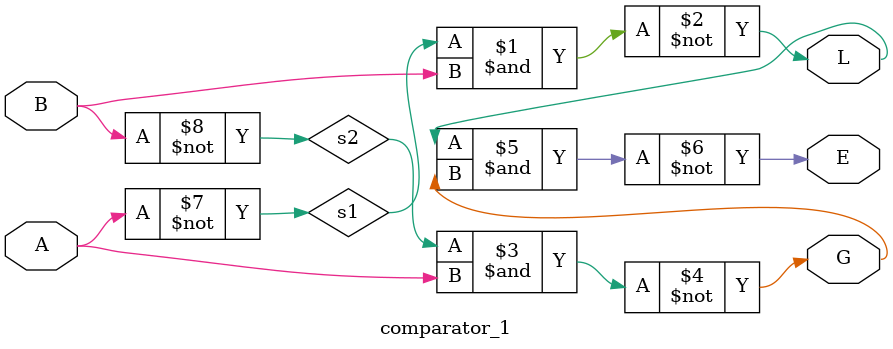
<source format=v>
/*************************************************
*	Sean Webster
*	ADSD - Summer 2016 - Martin Margala
*	Homework 1
*
*	1_comparator.v				
*
*	A single 1 bit comparator comprised of 2 inverters 
*	and 3 NAND gates
*	
*	2 inputs: 	A and B
*	3 outputs:	
**************************************************/

module comparator_1(A, B, L, E, G);
	input A, B;	// 2 bits to be compared
	output L, E, G;	// 3 possible outputs
	wire s1, s2;	// connecting wires for inverters

	not X1 (s1, A);	// create inverter
	not X2 (s2, B);
	nand X3 (L, s1, B);
	nand X4 (G, s2, A);
	nand X5 (E, L, G);


endmodule

</source>
